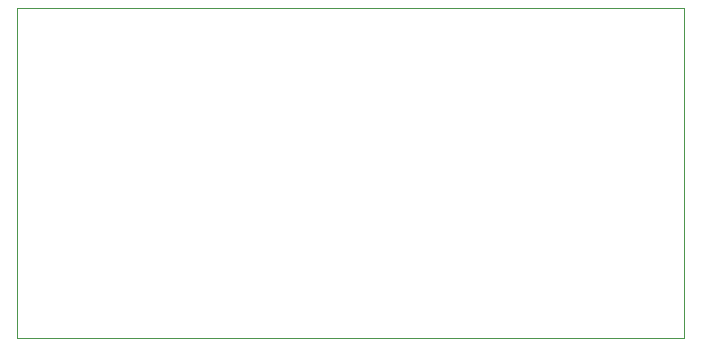
<source format=gbr>
%TF.GenerationSoftware,KiCad,Pcbnew,9.0.2*%
%TF.CreationDate,2025-11-07T15:55:13+08:00*%
%TF.ProjectId,TrlBoard,54726c42-6f61-4726-942e-6b696361645f,rev?*%
%TF.SameCoordinates,Original*%
%TF.FileFunction,Profile,NP*%
%FSLAX46Y46*%
G04 Gerber Fmt 4.6, Leading zero omitted, Abs format (unit mm)*
G04 Created by KiCad (PCBNEW 9.0.2) date 2025-11-07 15:55:13*
%MOMM*%
%LPD*%
G01*
G04 APERTURE LIST*
%TA.AperFunction,Profile*%
%ADD10C,0.050000*%
%TD*%
G04 APERTURE END LIST*
D10*
X190750000Y-85560000D02*
X190750000Y-87560000D01*
X134250000Y-87560000D02*
X134250000Y-59620000D01*
X188250000Y-59620000D02*
X134250000Y-59620000D01*
X190750000Y-87560000D02*
X134250000Y-87560000D01*
X190750000Y-59620000D02*
X190750000Y-85560000D01*
X188250000Y-59620000D02*
X190750000Y-59620000D01*
M02*

</source>
